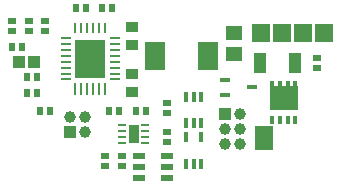
<source format=gbr>
G04 Layer_Color=255*
%FSLAX25Y25*%
%MOIN*%
%TF.FileFunction,Pads,Top*%
%TF.Part,Single*%
G01*
G75*
%TA.AperFunction,ConnectorPad*%
%ADD10R,0.05906X0.07874*%
%TA.AperFunction,SMDPad*%
%ADD11R,0.03543X0.01575*%
%TA.AperFunction,SMDPad*%
%ADD12R,0.09449X0.08268*%
%TA.AperFunction,SMDPad*%
%ADD13R,0.01575X0.03150*%
%TA.AperFunction,SMDPad*%
%ADD14R,0.02559X0.02362*%
%TA.AperFunction,SMDPad*%
%ADD15R,0.03937X0.02362*%
%TA.AperFunction,SMDPad*%
%ADD16R,0.01575X0.03347*%
%TA.AperFunction,SMDPad*%
%ADD17R,0.01575X0.03543*%
%TA.AperFunction,SMDPad*%
%ADD18O,0.02756X0.00984*%
%TA.AperFunction,SMDPad*%
%ADD19R,0.03347X0.06299*%
%TA.AperFunction,SMDPad*%
%ADD20R,0.02362X0.02559*%
%TA.AperFunction,SMDPad*%
%ADD21R,0.04449X0.07087*%
%TA.AperFunction,SMDPad*%
%ADD22R,0.05787X0.04567*%
%TA.AperFunction,SMDPad*%
%ADD23R,0.10236X0.12677*%
%TA.AperFunction,SMDPad*%
%ADD24O,0.00984X0.03937*%
%TA.AperFunction,SMDPad*%
%ADD25O,0.03937X0.00984*%
%TA.AperFunction,SMDPad*%
%ADD26O,0.00984X0.04331*%
%TA.AperFunction,SMDPad*%
%ADD27R,0.03858X0.03661*%
%TA.AperFunction,SMDPad*%
%ADD28R,0.07087X0.09449*%
%TA.AperFunction,ViaPad*%
%ADD32C,0.03937*%
%TA.AperFunction,ViaPad*%
%ADD33R,0.03937X0.03937*%
%TA.AperFunction,ViaPad*%
%ADD34R,0.03937X0.03937*%
%TA.AperFunction,ConnectorPad*%
%ADD35R,0.03937X0.03937*%
%TA.AperFunction,ConnectorPad*%
%ADD36R,0.05906X0.05906*%
D10*
X403500Y258000D02*
D03*
D11*
X390571Y277559D02*
D03*
Y272441D02*
D03*
X399429Y275000D02*
D03*
D12*
X410000Y271378D02*
D03*
D13*
X413839Y275906D02*
D03*
X411280D02*
D03*
X408720D02*
D03*
X406161D02*
D03*
X413839Y264094D02*
D03*
X411280D02*
D03*
X408721D02*
D03*
X406161D02*
D03*
D14*
X421000Y284673D02*
D03*
Y281327D02*
D03*
X356000Y252173D02*
D03*
Y248827D02*
D03*
X371000Y256827D02*
D03*
Y260173D02*
D03*
Y266327D02*
D03*
Y269673D02*
D03*
X350500Y248827D02*
D03*
Y252173D02*
D03*
X325000Y297173D02*
D03*
Y293827D02*
D03*
X319500Y297173D02*
D03*
Y293827D02*
D03*
X330500Y297173D02*
D03*
Y293827D02*
D03*
D15*
X371224Y244760D02*
D03*
Y248500D02*
D03*
Y252240D02*
D03*
X361776D02*
D03*
Y248500D02*
D03*
Y244760D02*
D03*
D16*
X377441Y258429D02*
D03*
X382559D02*
D03*
Y249571D02*
D03*
X380000D02*
D03*
X377441D02*
D03*
D17*
Y263071D02*
D03*
X380000D02*
D03*
X382559D02*
D03*
Y271929D02*
D03*
X380000D02*
D03*
X377441D02*
D03*
D18*
X363898Y256547D02*
D03*
Y258516D02*
D03*
Y260484D02*
D03*
Y262453D02*
D03*
X356102Y256547D02*
D03*
Y258516D02*
D03*
Y260484D02*
D03*
Y262453D02*
D03*
D19*
X360000Y259500D02*
D03*
D20*
X360827Y267000D02*
D03*
X364173D02*
D03*
X351827D02*
D03*
X355173D02*
D03*
X328827D02*
D03*
X332173D02*
D03*
X324327Y273000D02*
D03*
X327673D02*
D03*
X327673Y278500D02*
D03*
X324327D02*
D03*
X319327Y288500D02*
D03*
X322673D02*
D03*
X340827Y301500D02*
D03*
X344173D02*
D03*
X352673Y301500D02*
D03*
X349327D02*
D03*
D21*
X402134Y283000D02*
D03*
X413866D02*
D03*
D22*
X393500Y293004D02*
D03*
Y285996D02*
D03*
D23*
X345500Y284500D02*
D03*
D24*
X340579Y294638D02*
D03*
X342547D02*
D03*
X344516D02*
D03*
X346484D02*
D03*
X348453D02*
D03*
X350421D02*
D03*
D25*
X353669Y291390D02*
D03*
Y289421D02*
D03*
Y287453D02*
D03*
Y285484D02*
D03*
Y283516D02*
D03*
Y281547D02*
D03*
Y279579D02*
D03*
Y277610D02*
D03*
X337331D02*
D03*
Y279579D02*
D03*
Y281547D02*
D03*
Y283516D02*
D03*
Y285484D02*
D03*
Y287453D02*
D03*
Y289421D02*
D03*
Y291390D02*
D03*
D26*
X350421Y274362D02*
D03*
X348453D02*
D03*
X346484D02*
D03*
X344516D02*
D03*
X342547D02*
D03*
X340579D02*
D03*
D27*
X359500Y279532D02*
D03*
Y273468D02*
D03*
Y288968D02*
D03*
Y295031D02*
D03*
D28*
X367142Y285500D02*
D03*
X384858D02*
D03*
D32*
X343901Y265000D02*
D03*
Y260000D02*
D03*
X338901Y265000D02*
D03*
X395401Y256000D02*
D03*
X390401D02*
D03*
X395401Y261000D02*
D03*
X390401D02*
D03*
X395401Y266000D02*
D03*
D33*
X338901Y260000D02*
D03*
D34*
X390401Y266000D02*
D03*
D35*
X326894Y283500D02*
D03*
X321894D02*
D03*
D36*
X423394Y293000D02*
D03*
X416394D02*
D03*
X409394D02*
D03*
X402394D02*
D03*
%TF.MD5,308B3EF5B11910C0AD4F72236D089177*%
M02*

</source>
